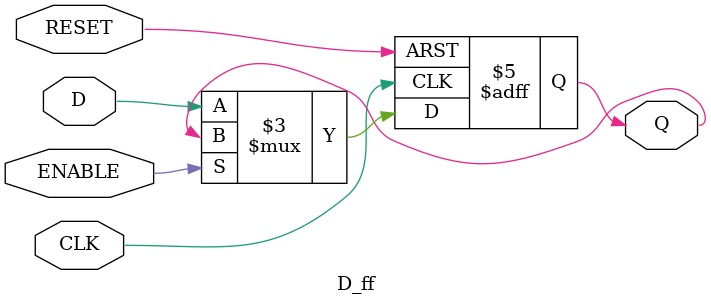
<source format=v>
module signal_lamp(GA,YA,RA,LA,GB,YB,RB,LB,GC,YC,RC,LC,RL,GL,RR,GR,CLK,O1,O2,O3,O4,O5,RESET,ENABLE);
input CLK, RESET, ENABLE;
output GA,YA,RA,LA,GB,YB,RB,LB,GC,YC,RC,LC,RL,GL,RR,GR;
output O1,O2,O3,O4,O5;

wire Q1,Q2,Q3,Q4,Q5;

D_ff ff1 ((~Q2&Q1)|(~Q3&Q1)|(Q2&Q3&Q4&Q5),CLK,Q1,RESET,ENABLE);
D_ff ff2 ((Q2&~Q3)|(Q2&~Q4&~Q1)|(Q2&~Q5&~Q1)|(~Q2&Q3&Q4&Q5),CLK,Q2,RESET,ENABLE);
D_ff ff3 ((~Q2&Q3&~Q4)|(Q3&~Q4&~Q1)|(~Q3&Q4&Q5)|(Q3&Q4&~Q5),CLK,Q3,RESET,ENABLE);
D_ff ff4 ((~Q4&Q5)|(Q4&~Q5),CLK,Q4,RESET,ENABLE);
D_ff ff5 ((~Q2&~Q5)|(~Q3&~Q5)|(~Q5&~Q1),CLK,Q5,RESET,ENABLE);

assign RA = (~Q2&~Q3)|(~Q2&~Q5)|(~Q2&~Q4)|(~Q1);
assign YA = 0;
assign GA = (Q2&Q1)|(Q3&Q4&Q5&Q1);
assign LA = (Q2&Q1)|(Q3&Q4&Q5&Q1);
assign RB = Q1|(Q2&Q3);
assign YB = (Q3&Q4&~Q5&Q1)|(Q2&Q3&~Q4&~Q5&~Q1);
assign GB = (~Q2&~Q1)|(~Q3&~Q1);
assign LB = (~Q2&~Q3&Q1)|(~Q2&~Q4&Q1);
assign RC = Q1;
assign YC = (Q2&Q3&Q4&Q5);
assign GC = (~Q2&~Q1)|(~Q3&~Q1)|(~Q5&~Q1);
assign LC = (Q2&Q3&~Q4&Q5)|(Q2&Q3&Q4&~Q5);
assign RL = (Q2)|(~Q1)|(Q3&Q4&Q5&Q1);
assign GL = (~Q2&~Q3&Q1)|(~Q2&~Q4&Q1)|(~Q2&~Q5&Q1);
assign RR = (~Q1)|(~Q2&~Q3&Q1)|(~Q2&~Q4&Q1)|(Q3&Q4&~Q5&Q1);
assign GR = (Q2&Q1)|(Q3&Q4&Q5&Q1);
assign O1 = Q1;
assign O2 = Q2;
assign O3 = Q3;
assign O4 = Q4;
assign O5 = Q5;


endmodule

module D_ff (D,CLK,Q,RESET,ENABLE);
input D, CLK, RESET, ENABLE;
output Q;
reg Q;

always @ (negedge CLK or posedge RESET) begin
 if(RESET) begin
  Q <= 1'b0;
 end
 else if (~ENABLE) begin
   Q <= D;
 end
end

endmodule
</source>
